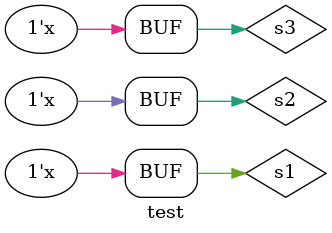
<source format=v>
`timescale 1ns / 1ps


module test(
    );
    wire choice;//±í¾ö½á¹û
    reg s1,s2,s3;//ÈýÈË¸÷×Ô±í¾öÇé¿ö
     initial//¸÷×Ô±í¾ö³õÊ¼»¯
        begin
            s1=0;
            s2=0;
            s3=0;
        end
      always #20{s1,s2,s3}={s1,s2,s3}+1;//Ã¿20Ê±¼äµ¥Î»±í¾ö½á¹û±ä»¯1Î»
    vote my(choice,s1,s2,s3);//Àý»¯voteÄ£¿é£¬²âÊÔ¹¦ÄÜ
endmodule

</source>
